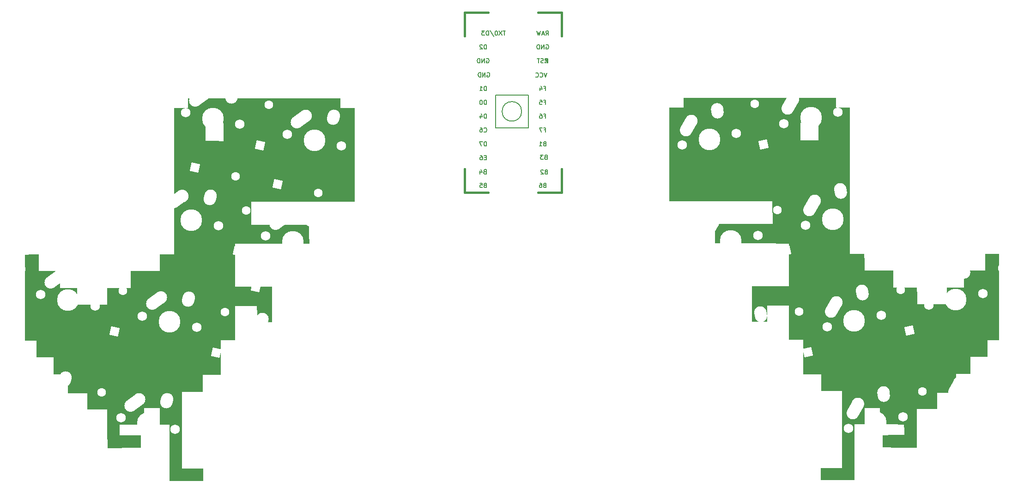
<source format=gbo>
G04 #@! TF.GenerationSoftware,KiCad,Pcbnew,(6.0.11)*
G04 #@! TF.CreationDate,2023-03-20T22:28:06+01:00*
G04 #@! TF.ProjectId,t-rex,742d7265-782e-46b6-9963-61645f706362,rev?*
G04 #@! TF.SameCoordinates,Original*
G04 #@! TF.FileFunction,Legend,Bot*
G04 #@! TF.FilePolarity,Positive*
%FSLAX46Y46*%
G04 Gerber Fmt 4.6, Leading zero omitted, Abs format (unit mm)*
G04 Created by KiCad (PCBNEW (6.0.11)) date 2023-03-20 22:28:06*
%MOMM*%
%LPD*%
G01*
G04 APERTURE LIST*
G04 Aperture macros list*
%AMHorizOval*
0 Thick line with rounded ends*
0 $1 width*
0 $2 $3 position (X,Y) of the first rounded end (center of the circle)*
0 $4 $5 position (X,Y) of the second rounded end (center of the circle)*
0 Add line between two ends*
20,1,$1,$2,$3,$4,$5,0*
0 Add two circle primitives to create the rounded ends*
1,1,$1,$2,$3*
1,1,$1,$4,$5*%
%AMRotRect*
0 Rectangle, with rotation*
0 The origin of the aperture is its center*
0 $1 length*
0 $2 width*
0 $3 Rotation angle, in degrees counterclockwise*
0 Add horizontal line*
21,1,$1,$2,0,0,$3*%
G04 Aperture macros list end*
%ADD10C,0.150000*%
%ADD11C,0.381000*%
%ADD12R,1.752600X1.752600*%
%ADD13C,1.752600*%
%ADD14C,4.400000*%
%ADD15RotRect,1.600000X1.600000X348.000000*%
%ADD16HorizOval,1.600000X0.000000X0.000000X0.000000X0.000000X0*%
%ADD17C,2.250000*%
%ADD18HorizOval,2.250000X-0.040731X0.287821X0.040731X-0.287821X0*%
%ADD19HorizOval,2.250000X0.488912X0.850230X-0.488912X-0.850230X0*%
%ADD20C,1.750000*%
%ADD21C,3.987800*%
%ADD22HorizOval,1.600000X0.000000X0.000000X0.000000X0.000000X0*%
%ADD23RotRect,1.600000X1.600000X102.000000*%
%ADD24HorizOval,1.600000X0.000000X0.000000X0.000000X0.000000X0*%
%ADD25RotRect,1.600000X1.600000X12.000000*%
%ADD26HorizOval,2.250000X0.079857X0.279505X-0.079857X-0.279505X0*%
%ADD27HorizOval,2.250000X0.792463X0.577865X-0.792463X-0.577865X0*%
%ADD28HorizOval,2.250000X0.020000X0.290000X-0.020000X-0.290000X0*%
%ADD29HorizOval,2.250000X0.655001X0.730000X-0.655001X-0.730000X0*%
%ADD30O,1.600000X1.600000*%
%ADD31R,1.600000X1.600000*%
%ADD32O,1.700000X1.700000*%
%ADD33R,1.700000X1.700000*%
%ADD34HorizOval,1.600000X0.000000X0.000000X0.000000X0.000000X0*%
%ADD35RotRect,1.600000X1.600000X78.000000*%
G04 APERTURE END LIST*
D10*
X193598723Y-85951011D02*
X193674914Y-85912915D01*
X193789200Y-85912915D01*
X193903485Y-85951011D01*
X193979676Y-86027201D01*
X194017771Y-86103391D01*
X194055866Y-86255772D01*
X194055866Y-86370058D01*
X194017771Y-86522439D01*
X193979676Y-86598630D01*
X193903485Y-86674820D01*
X193789200Y-86712915D01*
X193713009Y-86712915D01*
X193598723Y-86674820D01*
X193560628Y-86636725D01*
X193560628Y-86370058D01*
X193713009Y-86370058D01*
X193217771Y-86712915D02*
X193217771Y-85912915D01*
X192760628Y-86712915D01*
X192760628Y-85912915D01*
X192379676Y-86712915D02*
X192379676Y-85912915D01*
X192189200Y-85912915D01*
X192074914Y-85951011D01*
X191998723Y-86027201D01*
X191960628Y-86103391D01*
X191922533Y-86255772D01*
X191922533Y-86370058D01*
X191960628Y-86522439D01*
X191998723Y-86598630D01*
X192074914Y-86674820D01*
X192189200Y-86712915D01*
X192379676Y-86712915D01*
X204520723Y-83411011D02*
X204596914Y-83372915D01*
X204711200Y-83372915D01*
X204825485Y-83411011D01*
X204901676Y-83487201D01*
X204939771Y-83563391D01*
X204977866Y-83715772D01*
X204977866Y-83830058D01*
X204939771Y-83982439D01*
X204901676Y-84058630D01*
X204825485Y-84134820D01*
X204711200Y-84172915D01*
X204635009Y-84172915D01*
X204520723Y-84134820D01*
X204482628Y-84096725D01*
X204482628Y-83830058D01*
X204635009Y-83830058D01*
X204139771Y-84172915D02*
X204139771Y-83372915D01*
X203682628Y-84172915D01*
X203682628Y-83372915D01*
X203301676Y-84172915D02*
X203301676Y-83372915D01*
X203111200Y-83372915D01*
X202996914Y-83411011D01*
X202920723Y-83487201D01*
X202882628Y-83563391D01*
X202844533Y-83715772D01*
X202844533Y-83830058D01*
X202882628Y-83982439D01*
X202920723Y-84058630D01*
X202996914Y-84134820D01*
X203111200Y-84172915D01*
X203301676Y-84172915D01*
X204023533Y-86654820D02*
X203909247Y-86692915D01*
X203718771Y-86692915D01*
X203642580Y-86654820D01*
X203604485Y-86616725D01*
X203566390Y-86540534D01*
X203566390Y-86464344D01*
X203604485Y-86388153D01*
X203642580Y-86350058D01*
X203718771Y-86311963D01*
X203871152Y-86273868D01*
X203947342Y-86235772D01*
X203985438Y-86197677D01*
X204023533Y-86121487D01*
X204023533Y-86045296D01*
X203985438Y-85969106D01*
X203947342Y-85931011D01*
X203871152Y-85892915D01*
X203680676Y-85892915D01*
X203566390Y-85931011D01*
X203337819Y-85892915D02*
X202880676Y-85892915D01*
X203109247Y-86692915D02*
X203109247Y-85892915D01*
X204235009Y-101533868D02*
X204120723Y-101571963D01*
X204082628Y-101610058D01*
X204044533Y-101686249D01*
X204044533Y-101800534D01*
X204082628Y-101876725D01*
X204120723Y-101914820D01*
X204196914Y-101952915D01*
X204501676Y-101952915D01*
X204501676Y-101152915D01*
X204235009Y-101152915D01*
X204158819Y-101191011D01*
X204120723Y-101229106D01*
X204082628Y-101305296D01*
X204082628Y-101381487D01*
X204120723Y-101457677D01*
X204158819Y-101495772D01*
X204235009Y-101533868D01*
X204501676Y-101533868D01*
X203282628Y-101952915D02*
X203739771Y-101952915D01*
X203511200Y-101952915D02*
X203511200Y-101152915D01*
X203587390Y-101267201D01*
X203663580Y-101343391D01*
X203739771Y-101381487D01*
X193579676Y-84172915D02*
X193579676Y-83372915D01*
X193389200Y-83372915D01*
X193274914Y-83411011D01*
X193198723Y-83487201D01*
X193160628Y-83563391D01*
X193122533Y-83715772D01*
X193122533Y-83830058D01*
X193160628Y-83982439D01*
X193198723Y-84058630D01*
X193274914Y-84134820D01*
X193389200Y-84172915D01*
X193579676Y-84172915D01*
X192817771Y-83449106D02*
X192779676Y-83411011D01*
X192703485Y-83372915D01*
X192513009Y-83372915D01*
X192436819Y-83411011D01*
X192398723Y-83449106D01*
X192360628Y-83525296D01*
X192360628Y-83601487D01*
X192398723Y-83715772D01*
X192855866Y-84172915D01*
X192360628Y-84172915D01*
X204177866Y-96453868D02*
X204444533Y-96453868D01*
X204444533Y-96872915D02*
X204444533Y-96072915D01*
X204063580Y-96072915D01*
X203415961Y-96072915D02*
X203568342Y-96072915D01*
X203644533Y-96111011D01*
X203682628Y-96149106D01*
X203758819Y-96263391D01*
X203796914Y-96415772D01*
X203796914Y-96720534D01*
X203758819Y-96796725D01*
X203720723Y-96834820D01*
X203644533Y-96872915D01*
X203492152Y-96872915D01*
X203415961Y-96834820D01*
X203377866Y-96796725D01*
X203339771Y-96720534D01*
X203339771Y-96530058D01*
X203377866Y-96453868D01*
X203415961Y-96415772D01*
X203492152Y-96377677D01*
X203644533Y-96377677D01*
X203720723Y-96415772D01*
X203758819Y-96453868D01*
X203796914Y-96530058D01*
X204450909Y-103966718D02*
X204336623Y-104004813D01*
X204298528Y-104042908D01*
X204260433Y-104119099D01*
X204260433Y-104233384D01*
X204298528Y-104309575D01*
X204336623Y-104347670D01*
X204412814Y-104385765D01*
X204717576Y-104385765D01*
X204717576Y-103585765D01*
X204450909Y-103585765D01*
X204374719Y-103623861D01*
X204336623Y-103661956D01*
X204298528Y-103738146D01*
X204298528Y-103814337D01*
X204336623Y-103890527D01*
X204374719Y-103928622D01*
X204450909Y-103966718D01*
X204717576Y-103966718D01*
X203993766Y-103585765D02*
X203498528Y-103585765D01*
X203765195Y-103890527D01*
X203650909Y-103890527D01*
X203574719Y-103928622D01*
X203536623Y-103966718D01*
X203498528Y-104042908D01*
X203498528Y-104233384D01*
X203536623Y-104309575D01*
X203574719Y-104347670D01*
X203650909Y-104385765D01*
X203879480Y-104385765D01*
X203955671Y-104347670D01*
X203993766Y-104309575D01*
X204501709Y-106692857D02*
X204387423Y-106730952D01*
X204349328Y-106769047D01*
X204311233Y-106845238D01*
X204311233Y-106959523D01*
X204349328Y-107035714D01*
X204387423Y-107073809D01*
X204463614Y-107111904D01*
X204768376Y-107111904D01*
X204768376Y-106311904D01*
X204501709Y-106311904D01*
X204425519Y-106350000D01*
X204387423Y-106388095D01*
X204349328Y-106464285D01*
X204349328Y-106540476D01*
X204387423Y-106616666D01*
X204425519Y-106654761D01*
X204501709Y-106692857D01*
X204768376Y-106692857D01*
X204006471Y-106388095D02*
X203968376Y-106350000D01*
X203892185Y-106311904D01*
X203701709Y-106311904D01*
X203625519Y-106350000D01*
X203587423Y-106388095D01*
X203549328Y-106464285D01*
X203549328Y-106540476D01*
X203587423Y-106654761D01*
X204044566Y-107111904D01*
X203549328Y-107111904D01*
X193273809Y-106642857D02*
X193159523Y-106680952D01*
X193121428Y-106719047D01*
X193083333Y-106795238D01*
X193083333Y-106909523D01*
X193121428Y-106985714D01*
X193159523Y-107023809D01*
X193235714Y-107061904D01*
X193540476Y-107061904D01*
X193540476Y-106261904D01*
X193273809Y-106261904D01*
X193197619Y-106300000D01*
X193159523Y-106338095D01*
X193121428Y-106414285D01*
X193121428Y-106490476D01*
X193159523Y-106566666D01*
X193197619Y-106604761D01*
X193273809Y-106642857D01*
X193540476Y-106642857D01*
X192397619Y-106528571D02*
X192397619Y-107061904D01*
X192588095Y-106223809D02*
X192778571Y-106795238D01*
X192283333Y-106795238D01*
X193541580Y-104073868D02*
X193274914Y-104073868D01*
X193160628Y-104492915D02*
X193541580Y-104492915D01*
X193541580Y-103692915D01*
X193160628Y-103692915D01*
X192474914Y-103692915D02*
X192627295Y-103692915D01*
X192703485Y-103731011D01*
X192741580Y-103769106D01*
X192817771Y-103883391D01*
X192855866Y-104035772D01*
X192855866Y-104340534D01*
X192817771Y-104416725D01*
X192779676Y-104454820D01*
X192703485Y-104492915D01*
X192551104Y-104492915D01*
X192474914Y-104454820D01*
X192436819Y-104416725D01*
X192398723Y-104340534D01*
X192398723Y-104150058D01*
X192436819Y-104073868D01*
X192474914Y-104035772D01*
X192551104Y-103997677D01*
X192703485Y-103997677D01*
X192779676Y-104035772D01*
X192817771Y-104073868D01*
X192855866Y-104150058D01*
X204235009Y-109153868D02*
X204120723Y-109191963D01*
X204082628Y-109230058D01*
X204044533Y-109306249D01*
X204044533Y-109420534D01*
X204082628Y-109496725D01*
X204120723Y-109534820D01*
X204196914Y-109572915D01*
X204501676Y-109572915D01*
X204501676Y-108772915D01*
X204235009Y-108772915D01*
X204158819Y-108811011D01*
X204120723Y-108849106D01*
X204082628Y-108925296D01*
X204082628Y-109001487D01*
X204120723Y-109077677D01*
X204158819Y-109115772D01*
X204235009Y-109153868D01*
X204501676Y-109153868D01*
X203358819Y-108772915D02*
X203511200Y-108772915D01*
X203587390Y-108811011D01*
X203625485Y-108849106D01*
X203701676Y-108963391D01*
X203739771Y-109115772D01*
X203739771Y-109420534D01*
X203701676Y-109496725D01*
X203663580Y-109534820D01*
X203587390Y-109572915D01*
X203435009Y-109572915D01*
X203358819Y-109534820D01*
X203320723Y-109496725D01*
X203282628Y-109420534D01*
X203282628Y-109230058D01*
X203320723Y-109153868D01*
X203358819Y-109115772D01*
X203435009Y-109077677D01*
X203587390Y-109077677D01*
X203663580Y-109115772D01*
X203701676Y-109153868D01*
X203739771Y-109230058D01*
X204177866Y-93913868D02*
X204444533Y-93913868D01*
X204444533Y-94332915D02*
X204444533Y-93532915D01*
X204063580Y-93532915D01*
X203377866Y-93532915D02*
X203758819Y-93532915D01*
X203796914Y-93913868D01*
X203758819Y-93875772D01*
X203682628Y-93837677D01*
X203492152Y-93837677D01*
X203415961Y-93875772D01*
X203377866Y-93913868D01*
X203339771Y-93990058D01*
X203339771Y-94180534D01*
X203377866Y-94256725D01*
X203415961Y-94294820D01*
X203492152Y-94332915D01*
X203682628Y-94332915D01*
X203758819Y-94294820D01*
X203796914Y-94256725D01*
X197068804Y-80832915D02*
X196611661Y-80832915D01*
X196840232Y-81632915D02*
X196840232Y-80832915D01*
X196421185Y-80832915D02*
X195887851Y-81632915D01*
X195887851Y-80832915D02*
X196421185Y-81632915D01*
X195430708Y-80832915D02*
X195354518Y-80832915D01*
X195278328Y-80871011D01*
X195240232Y-80909106D01*
X195202137Y-80985296D01*
X195164042Y-81137677D01*
X195164042Y-81328153D01*
X195202137Y-81480534D01*
X195240232Y-81556725D01*
X195278328Y-81594820D01*
X195354518Y-81632915D01*
X195430708Y-81632915D01*
X195506899Y-81594820D01*
X195544994Y-81556725D01*
X195583089Y-81480534D01*
X195621185Y-81328153D01*
X195621185Y-81137677D01*
X195583089Y-80985296D01*
X195544994Y-80909106D01*
X195506899Y-80871011D01*
X195430708Y-80832915D01*
X194249756Y-80794820D02*
X194935470Y-81823391D01*
X193983089Y-81632915D02*
X193983089Y-80832915D01*
X193792613Y-80832915D01*
X193678328Y-80871011D01*
X193602137Y-80947201D01*
X193564042Y-81023391D01*
X193525947Y-81175772D01*
X193525947Y-81290058D01*
X193564042Y-81442439D01*
X193602137Y-81518630D01*
X193678328Y-81594820D01*
X193792613Y-81632915D01*
X193983089Y-81632915D01*
X193259280Y-80832915D02*
X192764042Y-80832915D01*
X193030708Y-81137677D01*
X192916423Y-81137677D01*
X192840232Y-81175772D01*
X192802137Y-81213868D01*
X192764042Y-81290058D01*
X192764042Y-81480534D01*
X192802137Y-81556725D01*
X192840232Y-81594820D01*
X192916423Y-81632915D01*
X193144994Y-81632915D01*
X193221185Y-81594820D01*
X193259280Y-81556725D01*
X193313009Y-109153868D02*
X193198723Y-109191963D01*
X193160628Y-109230058D01*
X193122533Y-109306249D01*
X193122533Y-109420534D01*
X193160628Y-109496725D01*
X193198723Y-109534820D01*
X193274914Y-109572915D01*
X193579676Y-109572915D01*
X193579676Y-108772915D01*
X193313009Y-108772915D01*
X193236819Y-108811011D01*
X193198723Y-108849106D01*
X193160628Y-108925296D01*
X193160628Y-109001487D01*
X193198723Y-109077677D01*
X193236819Y-109115772D01*
X193313009Y-109153868D01*
X193579676Y-109153868D01*
X192398723Y-108772915D02*
X192779676Y-108772915D01*
X192817771Y-109153868D01*
X192779676Y-109115772D01*
X192703485Y-109077677D01*
X192513009Y-109077677D01*
X192436819Y-109115772D01*
X192398723Y-109153868D01*
X192360628Y-109230058D01*
X192360628Y-109420534D01*
X192398723Y-109496725D01*
X192436819Y-109534820D01*
X192513009Y-109572915D01*
X192703485Y-109572915D01*
X192779676Y-109534820D01*
X192817771Y-109496725D01*
X193738823Y-88515250D02*
X193815014Y-88477154D01*
X193929300Y-88477154D01*
X194043585Y-88515250D01*
X194119776Y-88591440D01*
X194157871Y-88667630D01*
X194195966Y-88820011D01*
X194195966Y-88934297D01*
X194157871Y-89086678D01*
X194119776Y-89162869D01*
X194043585Y-89239059D01*
X193929300Y-89277154D01*
X193853109Y-89277154D01*
X193738823Y-89239059D01*
X193700728Y-89200964D01*
X193700728Y-88934297D01*
X193853109Y-88934297D01*
X193357871Y-89277154D02*
X193357871Y-88477154D01*
X192900728Y-89277154D01*
X192900728Y-88477154D01*
X192519776Y-89277154D02*
X192519776Y-88477154D01*
X192329300Y-88477154D01*
X192215014Y-88515250D01*
X192138823Y-88591440D01*
X192100728Y-88667630D01*
X192062633Y-88820011D01*
X192062633Y-88934297D01*
X192100728Y-89086678D01*
X192138823Y-89162869D01*
X192215014Y-89239059D01*
X192329300Y-89277154D01*
X192519776Y-89277154D01*
X204177866Y-98993868D02*
X204444533Y-98993868D01*
X204444533Y-99412915D02*
X204444533Y-98612915D01*
X204063580Y-98612915D01*
X203835009Y-98612915D02*
X203301676Y-98612915D01*
X203644533Y-99412915D01*
X193579676Y-96872915D02*
X193579676Y-96072915D01*
X193389200Y-96072915D01*
X193274914Y-96111011D01*
X193198723Y-96187201D01*
X193160628Y-96263391D01*
X193122533Y-96415772D01*
X193122533Y-96530058D01*
X193160628Y-96682439D01*
X193198723Y-96758630D01*
X193274914Y-96834820D01*
X193389200Y-96872915D01*
X193579676Y-96872915D01*
X192436819Y-96339582D02*
X192436819Y-96872915D01*
X192627295Y-96034820D02*
X192817771Y-96606249D01*
X192322533Y-96606249D01*
X193579676Y-94332915D02*
X193579676Y-93532915D01*
X193389200Y-93532915D01*
X193274914Y-93571011D01*
X193198723Y-93647201D01*
X193160628Y-93723391D01*
X193122533Y-93875772D01*
X193122533Y-93990058D01*
X193160628Y-94142439D01*
X193198723Y-94218630D01*
X193274914Y-94294820D01*
X193389200Y-94332915D01*
X193579676Y-94332915D01*
X192627295Y-93532915D02*
X192551104Y-93532915D01*
X192474914Y-93571011D01*
X192436819Y-93609106D01*
X192398723Y-93685296D01*
X192360628Y-93837677D01*
X192360628Y-94028153D01*
X192398723Y-94180534D01*
X192436819Y-94256725D01*
X192474914Y-94294820D01*
X192551104Y-94332915D01*
X192627295Y-94332915D01*
X192703485Y-94294820D01*
X192741580Y-94256725D01*
X192779676Y-94180534D01*
X192817771Y-94028153D01*
X192817771Y-93837677D01*
X192779676Y-93685296D01*
X192741580Y-93609106D01*
X192703485Y-93571011D01*
X192627295Y-93532915D01*
X193122533Y-99336725D02*
X193160628Y-99374820D01*
X193274914Y-99412915D01*
X193351104Y-99412915D01*
X193465390Y-99374820D01*
X193541580Y-99298630D01*
X193579676Y-99222439D01*
X193617771Y-99070058D01*
X193617771Y-98955772D01*
X193579676Y-98803391D01*
X193541580Y-98727201D01*
X193465390Y-98651011D01*
X193351104Y-98612915D01*
X193274914Y-98612915D01*
X193160628Y-98651011D01*
X193122533Y-98689106D01*
X192436819Y-98612915D02*
X192589200Y-98612915D01*
X192665390Y-98651011D01*
X192703485Y-98689106D01*
X192779676Y-98803391D01*
X192817771Y-98955772D01*
X192817771Y-99260534D01*
X192779676Y-99336725D01*
X192741580Y-99374820D01*
X192665390Y-99412915D01*
X192513009Y-99412915D01*
X192436819Y-99374820D01*
X192398723Y-99336725D01*
X192360628Y-99260534D01*
X192360628Y-99070058D01*
X192398723Y-98993868D01*
X192436819Y-98955772D01*
X192513009Y-98917677D01*
X192665390Y-98917677D01*
X192741580Y-98955772D01*
X192779676Y-98993868D01*
X192817771Y-99070058D01*
X204666666Y-88511904D02*
X204400000Y-89311904D01*
X204133333Y-88511904D01*
X203409523Y-89235714D02*
X203447619Y-89273809D01*
X203561904Y-89311904D01*
X203638095Y-89311904D01*
X203752380Y-89273809D01*
X203828571Y-89197619D01*
X203866666Y-89121428D01*
X203904761Y-88969047D01*
X203904761Y-88854761D01*
X203866666Y-88702380D01*
X203828571Y-88626190D01*
X203752380Y-88550000D01*
X203638095Y-88511904D01*
X203561904Y-88511904D01*
X203447619Y-88550000D01*
X203409523Y-88588095D01*
X202609523Y-89235714D02*
X202647619Y-89273809D01*
X202761904Y-89311904D01*
X202838095Y-89311904D01*
X202952380Y-89273809D01*
X203028571Y-89197619D01*
X203066666Y-89121428D01*
X203104761Y-88969047D01*
X203104761Y-88854761D01*
X203066666Y-88702380D01*
X203028571Y-88626190D01*
X202952380Y-88550000D01*
X202838095Y-88511904D01*
X202761904Y-88511904D01*
X202647619Y-88550000D01*
X202609523Y-88588095D01*
X204463580Y-81632915D02*
X204730247Y-81251963D01*
X204920723Y-81632915D02*
X204920723Y-80832915D01*
X204615961Y-80832915D01*
X204539771Y-80871011D01*
X204501676Y-80909106D01*
X204463580Y-80985296D01*
X204463580Y-81099582D01*
X204501676Y-81175772D01*
X204539771Y-81213868D01*
X204615961Y-81251963D01*
X204920723Y-81251963D01*
X204158819Y-81404344D02*
X203777866Y-81404344D01*
X204235009Y-81632915D02*
X203968342Y-80832915D01*
X203701676Y-81632915D01*
X203511200Y-80832915D02*
X203320723Y-81632915D01*
X203168342Y-81061487D01*
X203015961Y-81632915D01*
X202825485Y-80832915D01*
X204177866Y-91373868D02*
X204444533Y-91373868D01*
X204444533Y-91792915D02*
X204444533Y-90992915D01*
X204063580Y-90992915D01*
X203415961Y-91259582D02*
X203415961Y-91792915D01*
X203606438Y-90954820D02*
X203796914Y-91526249D01*
X203301676Y-91526249D01*
X193579676Y-101952915D02*
X193579676Y-101152915D01*
X193389200Y-101152915D01*
X193274914Y-101191011D01*
X193198723Y-101267201D01*
X193160628Y-101343391D01*
X193122533Y-101495772D01*
X193122533Y-101610058D01*
X193160628Y-101762439D01*
X193198723Y-101838630D01*
X193274914Y-101914820D01*
X193389200Y-101952915D01*
X193579676Y-101952915D01*
X192855866Y-101152915D02*
X192322533Y-101152915D01*
X192665390Y-101952915D01*
X193579676Y-91792915D02*
X193579676Y-90992915D01*
X193389200Y-90992915D01*
X193274914Y-91031011D01*
X193198723Y-91107201D01*
X193160628Y-91183391D01*
X193122533Y-91335772D01*
X193122533Y-91450058D01*
X193160628Y-91602439D01*
X193198723Y-91678630D01*
X193274914Y-91754820D01*
X193389200Y-91792915D01*
X193579676Y-91792915D01*
X192360628Y-91792915D02*
X192817771Y-91792915D01*
X192589200Y-91792915D02*
X192589200Y-90992915D01*
X192665390Y-91107201D01*
X192741580Y-91183391D01*
X192817771Y-91221487D01*
G36*
X150511741Y-112155060D02*
G01*
X150511741Y-116369387D01*
X155781984Y-116396029D01*
X161052227Y-116422672D01*
X161080422Y-118145141D01*
X161108617Y-119867611D01*
X147529555Y-119867611D01*
X147529555Y-127785830D01*
X154316599Y-127785830D01*
X154316599Y-134270342D01*
X152954049Y-134241648D01*
X151591498Y-134212955D01*
X151562966Y-132747571D01*
X151534434Y-131282186D01*
X147529555Y-131282186D01*
X147529555Y-137555060D01*
X144855871Y-137555060D01*
X144855871Y-143930769D01*
X141565182Y-143930769D01*
X141565182Y-147015789D01*
X137760324Y-147015789D01*
X137760324Y-161104048D01*
X141668016Y-161104048D01*
X141668016Y-163366397D01*
X135497976Y-163366397D01*
X135497976Y-153082996D01*
X133755296Y-153082996D01*
X133726838Y-151566194D01*
X133698381Y-150049392D01*
X132284413Y-150020782D01*
X130870446Y-149992172D01*
X130870446Y-153082996D01*
X126345749Y-153082996D01*
X126345749Y-155036842D01*
X130253442Y-155036842D01*
X130253442Y-157266134D01*
X127262955Y-157335018D01*
X127070747Y-157339321D01*
X126318488Y-157353690D01*
X125638809Y-157362843D01*
X125058313Y-157366688D01*
X124603600Y-157365135D01*
X124301273Y-157358095D01*
X124177935Y-157345477D01*
X124164569Y-157306680D01*
X124142048Y-157087822D01*
X124122395Y-156695118D01*
X124106156Y-156149113D01*
X124093879Y-155470355D01*
X124086112Y-154679390D01*
X124083401Y-153796765D01*
X124083401Y-150306477D01*
X120381377Y-150306477D01*
X120381377Y-147324291D01*
X116885021Y-147324291D01*
X116885021Y-143827935D01*
X114211336Y-143827935D01*
X114211336Y-140742915D01*
X111126316Y-140742915D01*
X111126316Y-137657894D01*
X108965525Y-137657894D01*
X109018219Y-121872874D01*
X110277935Y-121844001D01*
X111537652Y-121815127D01*
X111537652Y-124906477D01*
X115445344Y-124906477D01*
X115445344Y-127991498D01*
X118530365Y-127991498D01*
X118530365Y-131076518D01*
X124083401Y-131076518D01*
X124083401Y-127991498D01*
X128402429Y-127991498D01*
X128402429Y-124906477D01*
X133749798Y-124906477D01*
X133749798Y-121821457D01*
X136320648Y-121821457D01*
X136320648Y-97758299D01*
X142074130Y-97758299D01*
X142102450Y-99377935D01*
X142130769Y-100997571D01*
X143750405Y-101025890D01*
X145370041Y-101054210D01*
X145370041Y-97758299D01*
X142074130Y-97758299D01*
X136320648Y-97758299D01*
X136320648Y-94981781D01*
X138891498Y-94981781D01*
X138891498Y-93233603D01*
X166862348Y-93233603D01*
X166862348Y-94981781D01*
X169433199Y-94981781D01*
X169433199Y-112155060D01*
X150511741Y-112155060D01*
G37*
G36*
X262851620Y-121772874D02*
G01*
X262880077Y-123289676D01*
X262908535Y-124806477D01*
X268147571Y-124806477D01*
X268147571Y-127887407D01*
X270332794Y-127915161D01*
X272518016Y-127942915D01*
X272546474Y-129459716D01*
X272574932Y-130976518D01*
X278019636Y-130976518D01*
X278019636Y-127891498D01*
X281104656Y-127891498D01*
X281104656Y-124806477D01*
X285012348Y-124806477D01*
X285012348Y-121721457D01*
X287583199Y-121721457D01*
X287583199Y-137557894D01*
X285423684Y-137557894D01*
X285423684Y-140642915D01*
X282338664Y-140642915D01*
X282338664Y-143727935D01*
X279664980Y-143727935D01*
X279664980Y-147224291D01*
X276168624Y-147224291D01*
X276168624Y-150206477D01*
X272466599Y-150206477D01*
X272466599Y-157305040D01*
X269355871Y-157277823D01*
X266245142Y-157250607D01*
X266245142Y-154988259D01*
X268228526Y-154960316D01*
X270211910Y-154932374D01*
X270182372Y-153983393D01*
X270152834Y-153034413D01*
X267916195Y-153006699D01*
X265679555Y-152978985D01*
X265679555Y-150000809D01*
X262903037Y-150000809D01*
X262903037Y-152982996D01*
X261052025Y-152982996D01*
X261052025Y-163266397D01*
X254881984Y-163266397D01*
X254881984Y-161004048D01*
X258789676Y-161004048D01*
X258789676Y-146915789D01*
X254984818Y-146915789D01*
X254984818Y-143830769D01*
X251694130Y-143830769D01*
X251694130Y-137455060D01*
X249020446Y-137455060D01*
X249020446Y-131182186D01*
X245009919Y-131182186D01*
X245009919Y-134164372D01*
X242233401Y-134164372D01*
X242233401Y-127685830D01*
X249020446Y-127685830D01*
X249020446Y-119903198D01*
X246783806Y-119835657D01*
X246625933Y-119831188D01*
X245969703Y-119816637D01*
X245155346Y-119803310D01*
X244219578Y-119791573D01*
X243199119Y-119781793D01*
X242130684Y-119774337D01*
X241050992Y-119769571D01*
X239996761Y-119767863D01*
X235446357Y-119767611D01*
X235446357Y-116271255D01*
X246042518Y-116271255D01*
X245986842Y-112106477D01*
X236551822Y-112080231D01*
X227116802Y-112053984D01*
X227116802Y-100948988D01*
X251179960Y-100948988D01*
X252756748Y-100948988D01*
X253053943Y-100947768D01*
X253569186Y-100939372D01*
X253990441Y-100924317D01*
X254280484Y-100904153D01*
X254402092Y-100880432D01*
X254414961Y-100839512D01*
X254436997Y-100624366D01*
X254454658Y-100260430D01*
X254466392Y-99784930D01*
X254470648Y-99235087D01*
X254470648Y-97658299D01*
X251179960Y-97658299D01*
X251179960Y-100948988D01*
X227116802Y-100948988D01*
X227116802Y-94881781D01*
X229687652Y-94881781D01*
X229687652Y-93133603D01*
X257658502Y-93133603D01*
X257658502Y-94881781D01*
X260229352Y-94881781D01*
X260229352Y-121715312D01*
X262851620Y-121772874D01*
G37*
D11*
X207340200Y-106163011D02*
X207340200Y-110481011D01*
X203022200Y-110481011D02*
X207340200Y-110481011D01*
X203022200Y-77461011D02*
X207340200Y-77461011D01*
X189560200Y-106163011D02*
X189560200Y-110481011D01*
X207340200Y-81779011D02*
X207340200Y-77461011D01*
X193878200Y-77461011D02*
X189560200Y-77461011D01*
X189560200Y-81779011D02*
X189560200Y-77461011D01*
X193878200Y-110481011D02*
X189560200Y-110481011D01*
G36*
X204394835Y-86690041D02*
G01*
X204294835Y-86690041D01*
X204294835Y-86490041D01*
X204394835Y-86490041D01*
X204394835Y-86690041D01*
G37*
D10*
X204394835Y-86690041D02*
X204294835Y-86690041D01*
X204294835Y-86490041D01*
X204394835Y-86490041D01*
X204394835Y-86690041D01*
G36*
X204394835Y-86190041D02*
G01*
X204294835Y-86190041D01*
X204294835Y-85890041D01*
X204394835Y-85890041D01*
X204394835Y-86190041D01*
G37*
X204394835Y-86190041D02*
X204294835Y-86190041D01*
X204294835Y-85890041D01*
X204394835Y-85890041D01*
X204394835Y-86190041D01*
G36*
X204594835Y-86390041D02*
G01*
X204494835Y-86390041D01*
X204494835Y-86290041D01*
X204594835Y-86290041D01*
X204594835Y-86390041D01*
G37*
X204594835Y-86390041D02*
X204494835Y-86390041D01*
X204494835Y-86290041D01*
X204594835Y-86290041D01*
X204594835Y-86390041D01*
G36*
X204794835Y-85990041D02*
G01*
X204294835Y-85990041D01*
X204294835Y-85890041D01*
X204794835Y-85890041D01*
X204794835Y-85990041D01*
G37*
X204794835Y-85990041D02*
X204294835Y-85990041D01*
X204294835Y-85890041D01*
X204794835Y-85890041D01*
X204794835Y-85990041D01*
G36*
X204794835Y-86690041D02*
G01*
X204694835Y-86690041D01*
X204694835Y-85890041D01*
X204794835Y-85890041D01*
X204794835Y-86690041D01*
G37*
X204794835Y-86690041D02*
X204694835Y-86690041D01*
X204694835Y-85890041D01*
X204794835Y-85890041D01*
X204794835Y-86690041D01*
X200046051Y-95600000D02*
G75*
G03*
X200046051Y-95600000I-1796051J0D01*
G01*
X195250000Y-92600000D02*
X195250000Y-98600000D01*
X201250000Y-92600000D02*
X195250000Y-92600000D01*
X201250000Y-98600000D02*
X201250000Y-92600000D01*
X195250000Y-98600000D02*
X201250000Y-98600000D01*
D12*
X190830200Y-81271011D03*
D13*
X190830200Y-83811011D03*
X190830200Y-86351011D03*
X190830200Y-88891011D03*
X190830200Y-91431011D03*
X190830200Y-93971011D03*
X190830200Y-96511011D03*
X190830200Y-99051011D03*
X190830200Y-101591011D03*
X190830200Y-104131011D03*
X190830200Y-106671011D03*
X190830200Y-109211011D03*
X206070200Y-109211011D03*
X206070200Y-106671011D03*
X206070200Y-104131011D03*
X206070200Y-101591011D03*
X206070200Y-99051011D03*
X206070200Y-96511011D03*
X206070200Y-93971011D03*
X206070200Y-91431011D03*
X206070200Y-88891011D03*
X206070200Y-86351011D03*
X206070200Y-83811011D03*
X206070200Y-81271011D03*
%LPC*%
D14*
X198270141Y-169536011D03*
X198450000Y-103800000D03*
X68304287Y-129638963D03*
X76225723Y-92371540D03*
X320273485Y-92230926D03*
X328194921Y-129498349D03*
D15*
X140173258Y-105907857D03*
D16*
X147626743Y-107492144D03*
D12*
X190830200Y-81271011D03*
D13*
X190830200Y-83811011D03*
X190830200Y-86351011D03*
X190830200Y-88891011D03*
X190830200Y-91431011D03*
X190830200Y-93971011D03*
X190830200Y-96511011D03*
X190830200Y-99051011D03*
X190830200Y-101591011D03*
X190830200Y-104131011D03*
X190830200Y-106671011D03*
X190830200Y-109211011D03*
X206070200Y-109211011D03*
X206070200Y-106671011D03*
X206070200Y-104131011D03*
X206070200Y-101591011D03*
X206070200Y-99051011D03*
X206070200Y-96511011D03*
X206070200Y-93971011D03*
X206070200Y-91431011D03*
X206070200Y-88891011D03*
X206070200Y-86351011D03*
X206070200Y-83811011D03*
X206070200Y-81271011D03*
D17*
X258464156Y-109913208D03*
D18*
X258504887Y-110201030D03*
D19*
X253269926Y-112867713D03*
D17*
X253758836Y-112017483D03*
D20*
X262004842Y-114354103D03*
X252066862Y-116466485D03*
D21*
X257035852Y-115410294D03*
D18*
X310445305Y-79685165D03*
D17*
X310404574Y-79397343D03*
D19*
X305210344Y-82351848D03*
D17*
X305699254Y-81501618D03*
D21*
X308976270Y-84894429D03*
D20*
X304007280Y-85950620D03*
X313945260Y-83838238D03*
D22*
X269521283Y-128336904D03*
D23*
X271105570Y-135790389D03*
D18*
X266426323Y-147468453D03*
D17*
X266385592Y-147180631D03*
D19*
X261191362Y-150135136D03*
D17*
X261680272Y-149284906D03*
D20*
X259988298Y-153733908D03*
X269926278Y-151621526D03*
D21*
X264957288Y-152677717D03*
D22*
X254848289Y-150931333D03*
D23*
X256432576Y-158384818D03*
D17*
X291770862Y-83358060D03*
D18*
X291811593Y-83645882D03*
D19*
X286576632Y-86312565D03*
D17*
X287065542Y-85462335D03*
D21*
X290342558Y-88855146D03*
D20*
X295311548Y-87798955D03*
X285373568Y-89911337D03*
D22*
X310749424Y-139049180D03*
D23*
X312333711Y-146502665D03*
D18*
X340961170Y-131625582D03*
D17*
X340920439Y-131337760D03*
D19*
X335726209Y-134292265D03*
D17*
X336215119Y-133442035D03*
D20*
X344461125Y-135778655D03*
X334523145Y-137891037D03*
D21*
X339492135Y-136834846D03*
D17*
X277097868Y-105952490D03*
D18*
X277138599Y-106240312D03*
D19*
X271903638Y-108906995D03*
D17*
X272392548Y-108056765D03*
D20*
X270700574Y-112505767D03*
D21*
X275669564Y-111449576D03*
D20*
X280638554Y-110393385D03*
D18*
X239871176Y-114161747D03*
D17*
X239830445Y-113873925D03*
D19*
X234636215Y-116828430D03*
D17*
X235125125Y-115978200D03*
D20*
X233433151Y-120427202D03*
X243371131Y-118314820D03*
D21*
X238402141Y-119371011D03*
D18*
X329079017Y-75724447D03*
D17*
X329038286Y-75436625D03*
X324332966Y-77540900D03*
D19*
X323844056Y-78391130D03*
D20*
X322640992Y-81989902D03*
X332578972Y-79877520D03*
D21*
X327609982Y-80933711D03*
D22*
X273482000Y-146970616D03*
D23*
X275066287Y-154424101D03*
D24*
X340462114Y-126890877D03*
D25*
X333008629Y-128475164D03*
D17*
X262424874Y-128546919D03*
D18*
X262465605Y-128834741D03*
D19*
X257230644Y-131501424D03*
D17*
X257719554Y-130651194D03*
D20*
X256027580Y-135100196D03*
D21*
X260996570Y-134044005D03*
D20*
X265965560Y-132987814D03*
D18*
X254544170Y-91567318D03*
D17*
X254503439Y-91279496D03*
X249798119Y-93383771D03*
D19*
X249309209Y-94234001D03*
D20*
X248106145Y-97832773D03*
X258044125Y-95720391D03*
D21*
X253075135Y-96776582D03*
D18*
X333039735Y-94358159D03*
D17*
X332999004Y-94070337D03*
X328293684Y-96174612D03*
D19*
X327804774Y-97024842D03*
D20*
X336539690Y-98511232D03*
D21*
X331570700Y-99567423D03*
D20*
X326601710Y-100623614D03*
D22*
X284194277Y-105742474D03*
D23*
X285778564Y-113195959D03*
D17*
X235869727Y-95240214D03*
D18*
X235910458Y-95528036D03*
D19*
X230675497Y-98194719D03*
D17*
X231164407Y-97344489D03*
D20*
X229472433Y-101793491D03*
D21*
X234441423Y-100737300D03*
D20*
X239410413Y-99681109D03*
D24*
X336501396Y-108257165D03*
D25*
X329047911Y-109841452D03*
D22*
X321461700Y-97821039D03*
D23*
X323045987Y-105274524D03*
D22*
X325257388Y-115678346D03*
D23*
X326841675Y-123131831D03*
D17*
X314365292Y-98031055D03*
D18*
X314406023Y-98318877D03*
D19*
X309171062Y-100985560D03*
D17*
X309659972Y-100135330D03*
D20*
X307967998Y-104584332D03*
X317905978Y-102471950D03*
D21*
X312936988Y-103528141D03*
D24*
X321121017Y-129508826D03*
D25*
X313667532Y-131093113D03*
D22*
X265560565Y-109703192D03*
D23*
X267144852Y-117156677D03*
D22*
X261434817Y-90293076D03*
D23*
X263019104Y-97746561D03*
D18*
X285060035Y-143507736D03*
D17*
X285019304Y-143219914D03*
X280313984Y-145324189D03*
D19*
X279825074Y-146174419D03*
D20*
X278622010Y-149773191D03*
D21*
X283591000Y-148717000D03*
D20*
X288559990Y-147660809D03*
D22*
X242801105Y-94253793D03*
D23*
X244385392Y-101707278D03*
D22*
X250887571Y-132297622D03*
D23*
X252471858Y-139751107D03*
D18*
X281099317Y-124874024D03*
D17*
X281058586Y-124586202D03*
D19*
X275864356Y-127540707D03*
D17*
X276353266Y-126690477D03*
D21*
X279630282Y-130083288D03*
D20*
X284599272Y-129027097D03*
X274661292Y-131139479D03*
D18*
X299733029Y-120913306D03*
D17*
X299692298Y-120625484D03*
X294986978Y-122729759D03*
D19*
X294498068Y-123579989D03*
D21*
X298263994Y-126122570D03*
D20*
X293295004Y-127178761D03*
X303232984Y-125066379D03*
D17*
X295731580Y-101991772D03*
D18*
X295772311Y-102279594D03*
D19*
X290537350Y-104946277D03*
D17*
X291026260Y-104096047D03*
D20*
X299272266Y-106432667D03*
X289334286Y-108545049D03*
D21*
X294303276Y-107488858D03*
D22*
X288154994Y-124376186D03*
D23*
X289739281Y-131829671D03*
D22*
X298702241Y-82371640D03*
D23*
X300286528Y-89825125D03*
D22*
X317335953Y-78410923D03*
D23*
X318920240Y-85864408D03*
D22*
X292115712Y-143009898D03*
D23*
X293699999Y-150463383D03*
D18*
X247792611Y-151429171D03*
D17*
X247751880Y-151141349D03*
D19*
X242557650Y-154095854D03*
D17*
X243046560Y-153245624D03*
D20*
X241354586Y-157694626D03*
X251292566Y-155582244D03*
D21*
X246323576Y-156638435D03*
D17*
X336959721Y-112704049D03*
D18*
X337000452Y-112991871D03*
D19*
X331765491Y-115658554D03*
D17*
X332254401Y-114808324D03*
D21*
X335531417Y-118201135D03*
D20*
X330562427Y-119257326D03*
X340500407Y-117144944D03*
D22*
X306788706Y-120415469D03*
D23*
X308372993Y-127868954D03*
D22*
X302827988Y-101781757D03*
D23*
X304412275Y-109235242D03*
D22*
X329383136Y-135088463D03*
D23*
X330967423Y-142541948D03*
D17*
X322286727Y-135298478D03*
D18*
X322327458Y-135586300D03*
D19*
X317092497Y-138252983D03*
D17*
X317581407Y-137402753D03*
D20*
X315889433Y-141851755D03*
D21*
X320858423Y-140795564D03*
D20*
X325827413Y-139739373D03*
D18*
X273177882Y-87606600D03*
D17*
X273137151Y-87318778D03*
D19*
X267942921Y-90273283D03*
D17*
X268431831Y-89423053D03*
D21*
X271708847Y-92815864D03*
D20*
X276677837Y-91759673D03*
X266739857Y-93872055D03*
D18*
X243831893Y-132795459D03*
D17*
X243791162Y-132507637D03*
D19*
X238596932Y-135462142D03*
D17*
X239085842Y-134611912D03*
D20*
X247331848Y-136948532D03*
D21*
X242362858Y-138004723D03*
D20*
X237393868Y-139060914D03*
D24*
X332416604Y-89558940D03*
D25*
X324963119Y-91143227D03*
D17*
X303653015Y-139259196D03*
D18*
X303693746Y-139547018D03*
D17*
X298947695Y-141363471D03*
D19*
X298458785Y-142213701D03*
D21*
X302224711Y-144756282D03*
D20*
X307193701Y-143700091D03*
X297255721Y-145812473D03*
D22*
X246926853Y-113663910D03*
D23*
X248511140Y-121117395D03*
D17*
X318326010Y-116664766D03*
D18*
X318366741Y-116952588D03*
D17*
X313620690Y-118769041D03*
D19*
X313131780Y-119619271D03*
D20*
X311928716Y-123218043D03*
X321866696Y-121105661D03*
D21*
X316897706Y-122161852D03*
D22*
X280068529Y-86332358D03*
D23*
X281652816Y-93785843D03*
D17*
X161637753Y-115070731D03*
D26*
X161557896Y-115350235D03*
D17*
X156483345Y-115079255D03*
D27*
X155690883Y-115657122D03*
D21*
X158097067Y-119511625D03*
D20*
X163066057Y-120567816D03*
X153128077Y-118455434D03*
D17*
X181760141Y-116577011D03*
D28*
X181740141Y-116867011D03*
D17*
X176720141Y-117657011D03*
D29*
X176065142Y-118387011D03*
D21*
X179220141Y-121657011D03*
D20*
X174140141Y-121657011D03*
X184300141Y-121657011D03*
D30*
X207772000Y-174752000D03*
D31*
X207772000Y-182372000D03*
D30*
X207500000Y-117390000D03*
D31*
X207500000Y-125010000D03*
D17*
X83142188Y-117861572D03*
D26*
X83062331Y-118141076D03*
D27*
X77195318Y-118447963D03*
D17*
X77987780Y-117870096D03*
D21*
X79601502Y-122302466D03*
D20*
X84570492Y-123358657D03*
X74632512Y-121246275D03*
D32*
X195795000Y-84150000D03*
X198335000Y-84150000D03*
D33*
X200875000Y-84150000D03*
D28*
X181740141Y-136044011D03*
D17*
X181760141Y-135754011D03*
D29*
X176065142Y-137564011D03*
D17*
X176720141Y-136834011D03*
D20*
X174140141Y-140834011D03*
X184300141Y-140834011D03*
D21*
X179220141Y-140834011D03*
D34*
X135064391Y-90433690D03*
D35*
X133480104Y-97887175D03*
D16*
X158776743Y-129442144D03*
D15*
X151323258Y-127857857D03*
D26*
X128251190Y-88795088D03*
D17*
X128331047Y-88515584D03*
D27*
X122384177Y-89101975D03*
D17*
X123176639Y-88524108D03*
D21*
X124790361Y-92956478D03*
D20*
X119821371Y-91900287D03*
X129759351Y-94012669D03*
D17*
X153716318Y-152338155D03*
D26*
X153636461Y-152617659D03*
D17*
X148561910Y-152346679D03*
D27*
X147769448Y-152924546D03*
D20*
X145206642Y-155722858D03*
X155144622Y-157835240D03*
D21*
X150175632Y-156779049D03*
D17*
X157677036Y-133704443D03*
D26*
X157597179Y-133983947D03*
D27*
X151730166Y-134290834D03*
D17*
X152522628Y-133712967D03*
D20*
X159105340Y-139201528D03*
D21*
X154136350Y-138145337D03*
D20*
X149167360Y-137089146D03*
D30*
X188745141Y-155407261D03*
D31*
X188745141Y-163027261D03*
D26*
X146884902Y-92755806D03*
D17*
X146964759Y-92476302D03*
D27*
X141017889Y-93062693D03*
D17*
X141810351Y-92484826D03*
D21*
X143424073Y-96917196D03*
D20*
X138455083Y-95861005D03*
X148393063Y-97973387D03*
D34*
X145611637Y-132438236D03*
D35*
X144027350Y-139891721D03*
D34*
X141660544Y-151035457D03*
D35*
X140076257Y-158488942D03*
D17*
X87102906Y-99227861D03*
D26*
X87023049Y-99507365D03*
D27*
X81156036Y-99814252D03*
D17*
X81948498Y-99236385D03*
D21*
X83562220Y-103668755D03*
D20*
X78593230Y-102612564D03*
X88531210Y-104724946D03*
D30*
X188700000Y-117590000D03*
D31*
X188700000Y-125210000D03*
D34*
X85755144Y-139097457D03*
D35*
X84170857Y-146550942D03*
D21*
X198270141Y-140834011D03*
D20*
X193190141Y-140834011D03*
X203350141Y-140834011D03*
D17*
X195770141Y-136834011D03*
D29*
X195115142Y-137564011D03*
D28*
X200790141Y-136044011D03*
D17*
X200810141Y-135754011D03*
D20*
X193190141Y-160011011D03*
D21*
X198270141Y-160011011D03*
D20*
X203350141Y-160011011D03*
D29*
X195115142Y-156741011D03*
D17*
X195770141Y-156011011D03*
X200810141Y-154931011D03*
D28*
X200790141Y-155221011D03*
D34*
X89710502Y-120556083D03*
D35*
X88126215Y-128009568D03*
D30*
X225800000Y-155340000D03*
D31*
X225800000Y-162960000D03*
D30*
X225850000Y-136240000D03*
D31*
X225850000Y-143860000D03*
D34*
X97616944Y-83369857D03*
D35*
X96032657Y-90823342D03*
D17*
X105736618Y-103188578D03*
D26*
X105656761Y-103468082D03*
D17*
X100582210Y-103197102D03*
D27*
X99789748Y-103774969D03*
D20*
X97226942Y-106573281D03*
D21*
X102195932Y-107629472D03*
D20*
X107164922Y-108685663D03*
D34*
X75037508Y-97961653D03*
D35*
X73453221Y-105415138D03*
D28*
X219840141Y-155221011D03*
D17*
X219860141Y-154931011D03*
D29*
X214165142Y-156741011D03*
D17*
X214820141Y-156011011D03*
D20*
X222400141Y-160011011D03*
D21*
X217320141Y-160011011D03*
D20*
X212240141Y-160011011D03*
X203350141Y-121657011D03*
D21*
X198270141Y-121657011D03*
D20*
X193190141Y-121657011D03*
D17*
X195770141Y-117657011D03*
D29*
X195115142Y-118387011D03*
D28*
X200790141Y-116867011D03*
D17*
X200810141Y-116577011D03*
D21*
X198270141Y-179188011D03*
D20*
X203350141Y-179188011D03*
X193190141Y-179188011D03*
D29*
X195115142Y-175918011D03*
D17*
X195770141Y-175188011D03*
D28*
X200790141Y-174398011D03*
D17*
X200810141Y-174108011D03*
D26*
X97735326Y-140735506D03*
D17*
X97815183Y-140456002D03*
D27*
X91868313Y-141042393D03*
D17*
X92660775Y-140464526D03*
D20*
X99243487Y-145953087D03*
D21*
X94274497Y-144896896D03*
D20*
X89305507Y-143840705D03*
D30*
X207795141Y-155407261D03*
D31*
X207795141Y-163027261D03*
D34*
X123016944Y-147174657D03*
D35*
X121432657Y-154628142D03*
D17*
X101775900Y-121822290D03*
D26*
X101696043Y-122101794D03*
D27*
X95829030Y-122408681D03*
D17*
X96621492Y-121830814D03*
D20*
X93266224Y-125206993D03*
X103204204Y-127319375D03*
D21*
X98235214Y-126263184D03*
D17*
X143004042Y-111110014D03*
D26*
X142924185Y-111389518D03*
D17*
X137849634Y-111118538D03*
D27*
X137057172Y-111696405D03*
D21*
X139463356Y-115550908D03*
D20*
X134494366Y-114494717D03*
X144432346Y-116607099D03*
D26*
X90983767Y-80873653D03*
D17*
X91063624Y-80594149D03*
D27*
X85116754Y-81180540D03*
D17*
X85909216Y-80602673D03*
D20*
X82553948Y-83978852D03*
X92491928Y-86091234D03*
D21*
X87522938Y-85035043D03*
D26*
X64428620Y-114180359D03*
D17*
X64508477Y-113900855D03*
D27*
X58561607Y-114487246D03*
D17*
X59354069Y-113909379D03*
D20*
X55998801Y-117285558D03*
X65936781Y-119397940D03*
D21*
X60967791Y-118341749D03*
D34*
X79163255Y-78551537D03*
D35*
X77578968Y-86005022D03*
D17*
X219860141Y-116577011D03*
D28*
X219840141Y-116867011D03*
D17*
X214820141Y-117657011D03*
D29*
X214165142Y-118387011D03*
D20*
X212240141Y-121657011D03*
D21*
X217320141Y-121657011D03*
D20*
X222400141Y-121657011D03*
D17*
X181760141Y-174108011D03*
D28*
X181740141Y-174398011D03*
D29*
X176065142Y-175918011D03*
D17*
X176720141Y-175188011D03*
D20*
X174140141Y-179188011D03*
D21*
X179220141Y-179188011D03*
D20*
X184300141Y-179188011D03*
D34*
X67116072Y-135229077D03*
D35*
X65531785Y-142682562D03*
D17*
X139043324Y-129743725D03*
D26*
X138963467Y-130023229D03*
D27*
X133096454Y-130330116D03*
D17*
X133888916Y-129752249D03*
D20*
X130533648Y-133128428D03*
X140471628Y-135240810D03*
D21*
X135502638Y-134184619D03*
D34*
X116235144Y-87357657D03*
D35*
X114650857Y-94811142D03*
D34*
X93671220Y-101922371D03*
D35*
X92086933Y-109375856D03*
D34*
X104398744Y-143059857D03*
D35*
X102814457Y-150513342D03*
D16*
X154803485Y-147784287D03*
D15*
X147350000Y-146200000D03*
D30*
X225450000Y-177440000D03*
D31*
X225450000Y-185060000D03*
D17*
X219860141Y-135754011D03*
D28*
X219840141Y-136044011D03*
D29*
X214165142Y-137564011D03*
D17*
X214820141Y-136834011D03*
D20*
X212240141Y-140834011D03*
X222400141Y-140834011D03*
D21*
X217320141Y-140834011D03*
D34*
X71076790Y-116595365D03*
D35*
X69492503Y-124048850D03*
D30*
X207922141Y-136230261D03*
D31*
X207922141Y-143850261D03*
D26*
X68389337Y-95546647D03*
D17*
X68469194Y-95267143D03*
D27*
X62522324Y-95853534D03*
D17*
X63314786Y-95275667D03*
D21*
X64928508Y-99708037D03*
D20*
X59959518Y-98651846D03*
X69897498Y-100764228D03*
D17*
X181760141Y-154931011D03*
D28*
X181740141Y-155221011D03*
D29*
X176065142Y-156741011D03*
D17*
X176720141Y-156011011D03*
D20*
X174140141Y-160011011D03*
X184300141Y-160011011D03*
D21*
X179220141Y-160011011D03*
D26*
X79101614Y-136774788D03*
D17*
X79181471Y-136495284D03*
X74027063Y-136503808D03*
D27*
X73234601Y-137081675D03*
D21*
X75640785Y-140936178D03*
D20*
X80609775Y-141992369D03*
X70671795Y-139879987D03*
D26*
X60467902Y-132814070D03*
D17*
X60547759Y-132534566D03*
D27*
X54600889Y-133120957D03*
D17*
X55393351Y-132543090D03*
D20*
X61976063Y-138031651D03*
X52038083Y-135919269D03*
D21*
X57007073Y-136975460D03*
D34*
X149572355Y-113804524D03*
D35*
X147988068Y-121258009D03*
D17*
X165598471Y-96437020D03*
D26*
X165518614Y-96716524D03*
D27*
X159651601Y-97023411D03*
D17*
X160444063Y-96445544D03*
D20*
X167026775Y-101934105D03*
X157088795Y-99821723D03*
D21*
X162057785Y-100877914D03*
D34*
X153698103Y-94394407D03*
D35*
X152113816Y-101847892D03*
D34*
X126977925Y-128477518D03*
D35*
X125393638Y-135931003D03*
D34*
X112304931Y-105883088D03*
D35*
X110720644Y-113336573D03*
D26*
X120329755Y-126062512D03*
D17*
X120409612Y-125783008D03*
D27*
X114462742Y-126369399D03*
D17*
X115255204Y-125791532D03*
D21*
X116868926Y-130223902D03*
D20*
X121837916Y-131280093D03*
X111899936Y-129167711D03*
D17*
X135082606Y-148377437D03*
D26*
X135002749Y-148656941D03*
D27*
X129135736Y-148963828D03*
D17*
X129928198Y-148385961D03*
D20*
X126572930Y-151762140D03*
D21*
X131541920Y-152818331D03*
D20*
X136510910Y-153874522D03*
D30*
X188872141Y-136230261D03*
D31*
X188872141Y-143850261D03*
D30*
X188745141Y-174743011D03*
D31*
X188745141Y-182363011D03*
D30*
X225650000Y-117790000D03*
D31*
X225650000Y-125410000D03*
D34*
X130938643Y-109843806D03*
D35*
X129354356Y-117297291D03*
D34*
X108344214Y-124516800D03*
D35*
X106759927Y-131970285D03*
D16*
X162726743Y-110542144D03*
D15*
X155273258Y-108957857D03*
D26*
X124290473Y-107428800D03*
D17*
X124370330Y-107149296D03*
X119215922Y-107157820D03*
D27*
X118423460Y-107735687D03*
D21*
X120829644Y-111590190D03*
D20*
X125798634Y-112646381D03*
X115860654Y-110533999D03*
D17*
X72429912Y-76633431D03*
D26*
X72350055Y-76912935D03*
D17*
X67275504Y-76641955D03*
D27*
X66483042Y-77219822D03*
D20*
X73858216Y-82130516D03*
X63920236Y-80018134D03*
D21*
X68889226Y-81074325D03*
D26*
X109617479Y-84834370D03*
D17*
X109697336Y-84554866D03*
X104542928Y-84563390D03*
D27*
X103750466Y-85141257D03*
D20*
X111125640Y-90051951D03*
D21*
X106156650Y-88995760D03*
D20*
X101187660Y-87939569D03*
D17*
X116448894Y-144416720D03*
D26*
X116369037Y-144696224D03*
D27*
X110502024Y-145003111D03*
D17*
X111294486Y-144425244D03*
D20*
X117877198Y-149913805D03*
D21*
X112908208Y-148857614D03*
D20*
X107939218Y-147801423D03*
D17*
X219860141Y-174108011D03*
D28*
X219840141Y-174398011D03*
D17*
X214820141Y-175188011D03*
D29*
X214165142Y-175918011D03*
D20*
X212240141Y-179188011D03*
D21*
X217320141Y-179188011D03*
D20*
X222400141Y-179188011D03*
M02*

</source>
